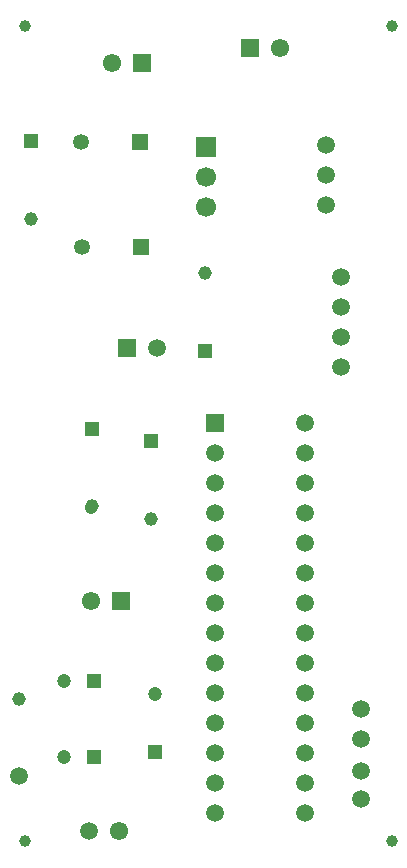
<source format=gbr>
G04*
G04 #@! TF.GenerationSoftware,Altium Limited,Altium Designer,22.4.2 (48)*
G04*
G04 Layer_Physical_Order=1*
G04 Layer_Color=255*
%FSLAX44Y44*%
%MOMM*%
G71*
G04*
G04 #@! TF.SameCoordinates,FA8E5277-3887-454B-883E-EC14CB0092E5*
G04*
G04*
G04 #@! TF.FilePolarity,Positive*
G04*
G01*
G75*
%ADD14C,1.1500*%
%ADD22R,1.1500X1.1500*%
%ADD23R,1.2000X1.2000*%
%ADD24C,1.2000*%
%ADD25R,1.5500X1.5500*%
%ADD27C,1.5500*%
%ADD31C,1.0000*%
%ADD32C,1.5000*%
%ADD33C,1.3500*%
%ADD34R,1.3500X1.3500*%
%ADD35R,1.2000X1.2000*%
%ADD36R,1.7000X1.7000*%
%ADD37C,1.0000*%
%ADD38R,1.5000X1.5000*%
%ADD39C,1.7000*%
D14*
X744220Y600710D02*
D03*
X754380Y1007330D02*
D03*
X901700Y961170D02*
D03*
X855980Y753330D02*
D03*
X806450Y763710D02*
D03*
D22*
X754380Y1072930D02*
D03*
X901700Y895570D02*
D03*
X855980Y818930D02*
D03*
X806450Y829310D02*
D03*
D23*
X807720Y615950D02*
D03*
Y551180D02*
D03*
D24*
X859790Y604520D02*
D03*
X782720Y615950D02*
D03*
Y551180D02*
D03*
D25*
X831215Y683260D02*
D03*
X939800Y1151890D02*
D03*
X848360Y1138730D02*
D03*
D27*
X805815Y683260D02*
D03*
X829310Y488950D02*
D03*
X965200Y1151890D02*
D03*
X822960Y1138730D02*
D03*
D31*
X806450Y763304D02*
Y763710D01*
X805815Y762669D02*
X806450Y763304D01*
D32*
X744220Y535110D02*
D03*
X803910Y488950D02*
D03*
X986790Y529590D02*
D03*
X1017270Y957580D02*
D03*
Y932180D02*
D03*
Y906780D02*
D03*
Y881380D02*
D03*
X861060Y897890D02*
D03*
X1004570Y1069340D02*
D03*
Y1043940D02*
D03*
Y1018540D02*
D03*
X986790Y504190D02*
D03*
Y554990D02*
D03*
Y580390D02*
D03*
Y605790D02*
D03*
Y631190D02*
D03*
Y656590D02*
D03*
Y681990D02*
D03*
Y707390D02*
D03*
Y732790D02*
D03*
Y758190D02*
D03*
Y783590D02*
D03*
Y808990D02*
D03*
Y834390D02*
D03*
X910590Y504190D02*
D03*
Y529590D02*
D03*
Y554990D02*
D03*
Y580390D02*
D03*
Y605790D02*
D03*
Y631190D02*
D03*
Y656590D02*
D03*
Y681990D02*
D03*
Y707390D02*
D03*
Y732790D02*
D03*
Y758190D02*
D03*
Y783590D02*
D03*
Y808990D02*
D03*
X1033780Y515620D02*
D03*
Y539750D02*
D03*
Y566420D02*
D03*
Y591820D02*
D03*
D33*
X796690Y1071880D02*
D03*
X797960Y982980D02*
D03*
D34*
X846690Y1071880D02*
D03*
X847960Y982980D02*
D03*
D35*
X859790Y555720D02*
D03*
D36*
X902970Y1068070D02*
D03*
D37*
X1060000Y1170000D02*
D03*
Y480000D02*
D03*
X750000D02*
D03*
Y1170000D02*
D03*
D38*
X835660Y897890D02*
D03*
X910590Y834390D02*
D03*
D39*
X902970Y1017270D02*
D03*
Y1042670D02*
D03*
M02*

</source>
